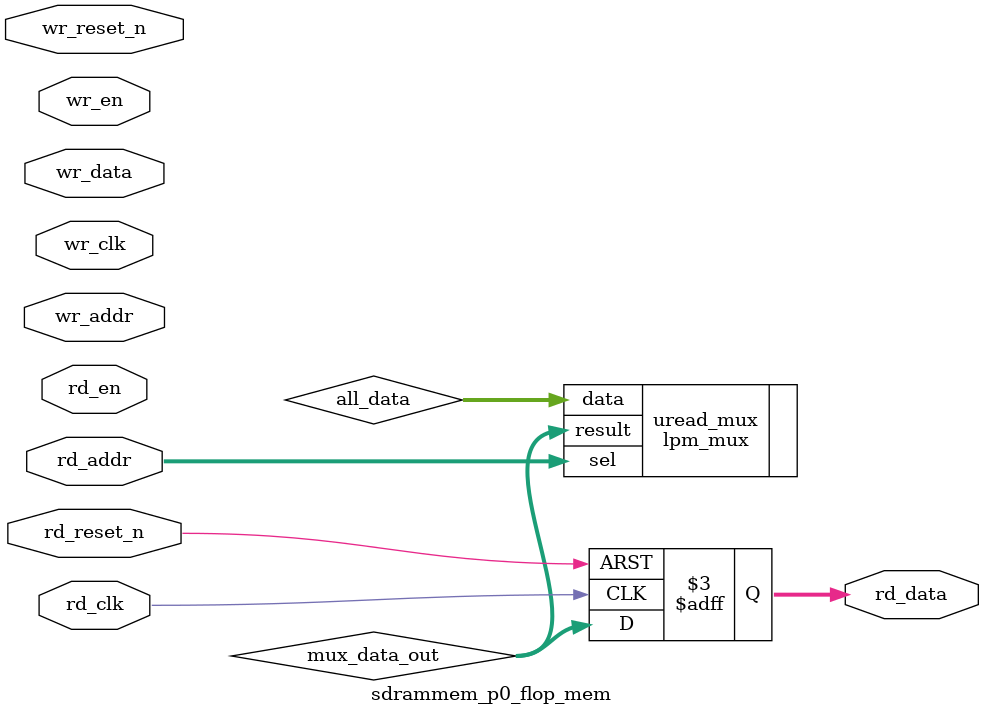
<source format=v>



`timescale 1 ps / 1 ps

(* altera_attribute = "-name ALLOW_SYNCH_CTRL_USAGE ON;-name AUTO_CLOCK_ENABLE_RECOGNITION ON" *)
module sdrammem_p0_flop_mem(
	wr_reset_n,
	wr_clk,
	wr_en,
	wr_addr,
	wr_data,
	rd_reset_n,
	rd_clk,
	rd_en,
	rd_addr,
	rd_data
);

parameter WRITE_MEM_DEPTH	= "";
parameter WRITE_ADDR_WIDTH	= "";
parameter WRITE_DATA_WIDTH	= "";
parameter READ_MEM_DEPTH	= "";
parameter READ_ADDR_WIDTH	= "";		 
parameter READ_DATA_WIDTH	= "";


input	wr_reset_n;
input	wr_clk;
input	wr_en;
input	[WRITE_ADDR_WIDTH-1:0] wr_addr;
input	[WRITE_DATA_WIDTH-1:0] wr_data;
input	rd_reset_n;
input	rd_clk;
input	rd_en;
input	[READ_ADDR_WIDTH-1:0] rd_addr;
output	[READ_DATA_WIDTH-1:0] rd_data;



wire	[WRITE_DATA_WIDTH*WRITE_MEM_DEPTH-1:0] all_data;
wire	[READ_DATA_WIDTH-1:0] mux_data_out;



// declare a memory with WRITE_MEM_DEPTH entries
// each entry contains a data size of WRITE_DATA_WIDTH
reg	[WRITE_DATA_WIDTH-1:0] data_stored [0:WRITE_MEM_DEPTH-1] /* synthesis syn_preserve = 1 */;
reg	[READ_DATA_WIDTH-1:0] rd_data;

generate
genvar entry;
	for (entry=0; entry < WRITE_MEM_DEPTH; entry=entry+1)
	begin: mem_location
		assign all_data[(WRITE_DATA_WIDTH*(entry+1)-1) : (WRITE_DATA_WIDTH*entry)] = data_stored[entry]; 
		
		always @(posedge wr_clk or negedge wr_reset_n)
		begin
			if (~wr_reset_n) begin
				data_stored[entry] <= {WRITE_DATA_WIDTH{1'b0}};
			end else begin
				if (wr_en) begin
					if (entry == wr_addr) begin
						data_stored[entry] <= wr_data;
					end
				end
			end
		end		
	end
endgenerate

// mux to select the correct output data based on read address
lpm_mux	uread_mux(
	.sel (rd_addr),
	.data (all_data),
	.result (mux_data_out)
	// synopsys translate_off
	,
	.aclr (),
	.clken (),
	.clock ()
	// synopsys translate_on
	);
 defparam uread_mux.lpm_size = READ_MEM_DEPTH;
 defparam uread_mux.lpm_type = "LPM_MUX";
 defparam uread_mux.lpm_width = READ_DATA_WIDTH;
 defparam uread_mux.lpm_widths = READ_ADDR_WIDTH;

always @(posedge rd_clk or negedge rd_reset_n)	
begin
	if (~rd_reset_n) begin
		rd_data <= {READ_DATA_WIDTH{1'b0}};
	end else begin
		rd_data <= mux_data_out;
	end
end

endmodule

</source>
